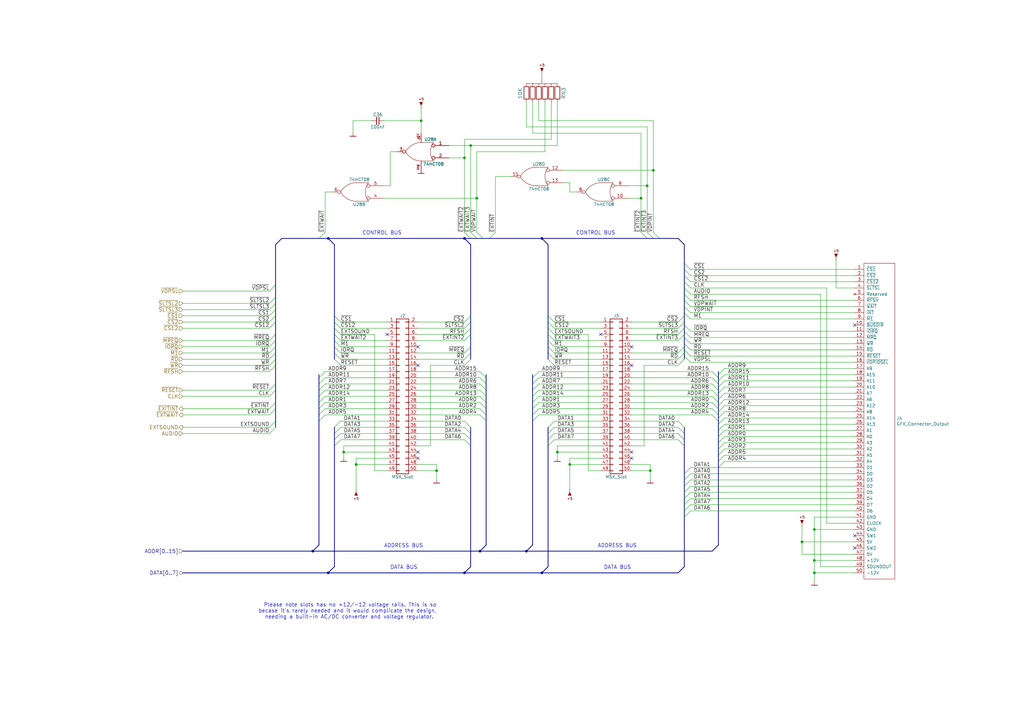
<source format=kicad_sch>
(kicad_sch (version 20211123) (generator eeschema)
  (paper "A3")
  (lib_symbols
    (symbol "artemisa:74HCT08" (pin_names (offset 0.762) hide)
      (property "Reference" "U" (at -7.62 6.35 0))
      (property "Value" "74HCT08" (at -7.62 -5.08 0))
      (symbol "74HCT08_1_0"
        (text "GND" (at 1.27 -6.35 900) (effects (font (size 0.762 0.762))))
        (text "VCC" (at 1.27 7.62 900) (effects (font (size 0.762 0.762)) (justify right)))
        (pin power_in line (at 0 7.62 270) (length 3.81) (name "VCC") (number "14"))
        (pin power_in line (at 0 -7.62 90) (length 3.81) (name "GND") (number "7"))
      )
      (symbol "74HCT08_1_1"
        (pin input line (at -11.43 2.54 0) (length 6.2992) (name "~") (number "1"))
        (pin input line (at -11.43 -2.54 0) (length 6.2992) (name "~") (number "2"))
        (pin output line (at 10.16 0 180) (length 5.1054) (name "~") (number "3"))
      )
      (symbol "74HCT08_1_2"
        (pin input inverted (at -11.43 2.54 0) (length 7.0104) (name "~") (number "1"))
        (pin input inverted (at -11.43 -2.54 0) (length 7.0104) (name "~") (number "2"))
        (pin output inverted (at 10.16 0 180) (length 3.81) (name "~") (number "3"))
      )
      (symbol "74HCT08_2_1"
        (pin power_in line (at -2.54 3.81 90) (length 0) hide (name "VCC") (number "14"))
        (pin input line (at -11.43 2.54 0) (length 6.2992) (name "~") (number "4"))
        (pin input line (at -11.43 -2.54 0) (length 6.2992) (name "~") (number "5"))
        (pin output line (at 10.16 0 180) (length 5.1054) (name "~") (number "6"))
        (pin power_in line (at -2.54 -3.81 90) (length 0) hide (name "GND") (number "7"))
      )
      (symbol "74HCT08_2_2"
        (pin input inverted (at -11.43 2.54 0) (length 7.0104) (name "~") (number "4"))
        (pin input inverted (at -11.43 -2.54 0) (length 7.0104) (name "~") (number "5"))
        (pin output inverted (at 10.16 0 180) (length 3.81) (name "~") (number "6"))
      )
      (symbol "74HCT08_3_1"
        (pin input line (at -11.43 -2.54 0) (length 6.2992) (name "~") (number "10"))
        (pin power_in line (at -2.54 3.81 90) (length 0) hide (name "VCC") (number "14"))
        (pin power_in line (at -2.54 -3.81 90) (length 0) hide (name "GND") (number "7"))
        (pin output line (at 10.16 0 180) (length 5.1054) (name "~") (number "8"))
        (pin input line (at -11.43 2.54 0) (length 6.2992) (name "~") (number "9"))
      )
      (symbol "74HCT08_3_2"
        (pin input inverted (at -11.43 -2.54 0) (length 7.0104) (name "~") (number "10"))
        (pin output inverted (at 10.16 0 180) (length 3.81) (name "~") (number "8"))
        (pin input inverted (at -11.43 2.54 0) (length 7.0104) (name "~") (number "9"))
      )
      (symbol "74HCT08_4_1"
        (pin output line (at 10.16 0 180) (length 5.1054) (name "~") (number "11"))
        (pin input line (at -11.43 2.54 0) (length 6.2992) (name "~") (number "12"))
        (pin input line (at -11.43 -2.54 0) (length 6.2992) (name "~") (number "13"))
        (pin power_in line (at -2.54 3.81 90) (length 0) hide (name "VCC") (number "14"))
        (pin power_in line (at -2.54 -3.81 90) (length 0) hide (name "GND") (number "7"))
      )
      (symbol "74HCT08_4_2"
        (pin output inverted (at 10.16 0 180) (length 3.81) (name "~") (number "11"))
        (pin input inverted (at -11.43 2.54 0) (length 7.0104) (name "~") (number "12"))
        (pin input inverted (at -11.43 -2.54 0) (length 7.0104) (name "~") (number "13"))
      )
    )
    (symbol "artemisa:Cap" (pin_numbers hide) (pin_names (offset 0.254) hide)
      (property "Reference" "C" (at 0.254 1.778 0))
      (property "Value" "Cap" (at 0.254 -2.032 0))
      (symbol "Cap_1_1"
        (pin passive line (at 0 2.54 270) (length 2.032) (name "~") (number "1"))
        (pin passive line (at 0 -2.54 90) (length 2.032) (name "~") (number "2"))
      )
    )
    (symbol "artemisa:GFX_Connector_Output" (pin_names (offset 1.016))
      (property "Reference" "J" (at 0 69.85 0))
      (property "Value" "GFX_Connector_Output" (at -8.89 5.08 90))
      (symbol "GFX_Connector_Output_1_1"
        (pin input line (at 10.16 66.04 180) (length 3.81) (name "~{CS1}") (number "1"))
        (pin output line (at 10.16 43.18 180) (length 3.81) (name "~{BUSDIR}") (number "10"))
        (pin input line (at 10.16 40.64 180) (length 3.81) (name "~{IORQ}") (number "11"))
        (pin input line (at 10.16 38.1 180) (length 3.81) (name "~{MRQ}") (number "12"))
        (pin input line (at 10.16 35.56 180) (length 3.81) (name "~{WR}") (number "13"))
        (pin input line (at 10.16 33.02 180) (length 3.81) (name "~{RD}") (number "14"))
        (pin input line (at 10.16 30.48 180) (length 3.81) (name "~{RESET}") (number "15"))
        (pin input line (at 10.16 27.94 180) (length 3.81) (name "~{VDPIOSEL}") (number "16"))
        (pin input line (at 10.16 25.4 180) (length 3.81) (name "A9") (number "17"))
        (pin input line (at 10.16 22.86 180) (length 3.81) (name "A15") (number "18"))
        (pin input line (at 10.16 20.32 180) (length 3.81) (name "A11") (number "19"))
        (pin input line (at 10.16 63.5 180) (length 3.81) (name "~{CS2}") (number "2"))
        (pin input line (at 10.16 17.78 180) (length 3.81) (name "A10") (number "20"))
        (pin input line (at 10.16 15.24 180) (length 3.81) (name "A7") (number "21"))
        (pin input line (at 10.16 12.7 180) (length 3.81) (name "A6") (number "22"))
        (pin input line (at 10.16 10.16 180) (length 3.81) (name "A12") (number "23"))
        (pin input line (at 10.16 7.62 180) (length 3.81) (name "A8") (number "24"))
        (pin input line (at 10.16 5.08 180) (length 3.81) (name "A14") (number "25"))
        (pin input line (at 10.16 2.54 180) (length 3.81) (name "A13") (number "26"))
        (pin input line (at 10.16 0 180) (length 3.81) (name "A1") (number "27"))
        (pin input line (at 10.16 -2.54 180) (length 3.81) (name "A0") (number "28"))
        (pin input line (at 10.16 -5.08 180) (length 3.81) (name "A3") (number "29"))
        (pin input line (at 10.16 60.96 180) (length 3.81) (name "~{CS12}") (number "3"))
        (pin input line (at 10.16 -7.62 180) (length 3.81) (name "A2") (number "30"))
        (pin input line (at 10.16 -10.16 180) (length 3.81) (name "A5") (number "31"))
        (pin input line (at 10.16 -12.7 180) (length 3.81) (name "A4") (number "32"))
        (pin bidirectional line (at 10.16 -15.24 180) (length 3.81) (name "D1") (number "33"))
        (pin bidirectional line (at 10.16 -17.78 180) (length 3.81) (name "D0") (number "34"))
        (pin bidirectional line (at 10.16 -20.32 180) (length 3.81) (name "D3") (number "35"))
        (pin bidirectional line (at 10.16 -22.86 180) (length 3.81) (name "D2") (number "36"))
        (pin bidirectional line (at 10.16 -25.4 180) (length 3.81) (name "D5") (number "37"))
        (pin bidirectional line (at 10.16 -27.94 180) (length 3.81) (name "D4") (number "38"))
        (pin bidirectional line (at 10.16 -30.48 180) (length 3.81) (name "D7") (number "39"))
        (pin input line (at 10.16 58.42 180) (length 3.81) (name "~{SLTSL}") (number "4"))
        (pin bidirectional line (at 10.16 -33.02 180) (length 3.81) (name "D6") (number "40"))
        (pin power_in line (at 10.16 -35.56 180) (length 3.81) (name "GND") (number "41"))
        (pin input line (at 10.16 -38.1 180) (length 3.81) (name "CLOCK") (number "42"))
        (pin power_in line (at 10.16 -40.64 180) (length 3.81) (name "GND") (number "43"))
        (pin passive line (at 10.16 -43.18 180) (length 3.81) (name "SW1") (number "44"))
        (pin power_in line (at 10.16 -45.72 180) (length 3.81) (name "5V") (number "45"))
        (pin passive line (at 10.16 -48.26 180) (length 3.81) (name "SW2") (number "46"))
        (pin power_in line (at 10.16 -50.8 180) (length 3.81) (name "5V") (number "47"))
        (pin power_in line (at 10.16 -53.34 180) (length 3.81) (name "+12V") (number "48"))
        (pin input line (at 10.16 -55.88 180) (length 3.81) (name "SOUNDOUT") (number "49"))
        (pin no_connect line (at 10.16 55.88 180) (length 3.81) (name "Reserved") (number "5"))
        (pin power_in line (at 10.16 -58.42 180) (length 3.81) (name "-12V") (number "50"))
        (pin input line (at 10.16 53.34 180) (length 3.81) (name "~{RFSH}") (number "6"))
        (pin output line (at 10.16 50.8 180) (length 3.81) (name "~{WAIT}") (number "7"))
        (pin output line (at 10.16 48.26 180) (length 3.81) (name "~{INT}") (number "8"))
        (pin input line (at 10.16 45.72 180) (length 3.81) (name "~{M1}") (number "9"))
      )
    )
    (symbol "artemisa:GND" (power) (pin_numbers hide) (pin_names (offset 0) hide)
      (symbol "GND_1_1"
        (pin power_in line (at 0 0 270) (length 1.27) (name "GND") (number "~"))
      )
    )
    (symbol "artemisa:MSX_Slot" (pin_names (offset 1.016) hide)
      (property "Reference" "J" (at 1.27 33.02 0))
      (property "Value" "MSX_Slot" (at 1.27 -33.02 0))
      (symbol "MSX_Slot_1_1"
        (pin passive line (at -5.08 30.48 0) (length 3.81) (name "Pin_1") (number "1"))
        (pin passive line (at 7.62 20.32 180) (length 3.81) (name "Pin_10") (number "10"))
        (pin passive line (at -5.08 17.78 0) (length 3.81) (name "Pin_11") (number "11"))
        (pin passive line (at 7.62 17.78 180) (length 3.81) (name "Pin_12") (number "12"))
        (pin passive line (at -5.08 15.24 0) (length 3.81) (name "Pin_13") (number "13"))
        (pin passive line (at 7.62 15.24 180) (length 3.81) (name "Pin_14") (number "14"))
        (pin passive line (at -5.08 12.7 0) (length 3.81) (name "Pin_15") (number "15"))
        (pin passive line (at 7.62 12.7 180) (length 3.81) (name "Pin_16") (number "16"))
        (pin passive line (at -5.08 10.16 0) (length 3.81) (name "Pin_17") (number "17"))
        (pin passive line (at 7.62 10.16 180) (length 3.81) (name "Pin_18") (number "18"))
        (pin passive line (at -5.08 7.62 0) (length 3.81) (name "Pin_19") (number "19"))
        (pin passive line (at 7.62 30.48 180) (length 3.81) (name "Pin_2") (number "2"))
        (pin passive line (at 7.62 7.62 180) (length 3.81) (name "Pin_20") (number "20"))
        (pin passive line (at -5.08 5.08 0) (length 3.81) (name "Pin_21") (number "21"))
        (pin passive line (at 7.62 5.08 180) (length 3.81) (name "Pin_22") (number "22"))
        (pin passive line (at -5.08 2.54 0) (length 3.81) (name "Pin_23") (number "23"))
        (pin passive line (at 7.62 2.54 180) (length 3.81) (name "Pin_24") (number "24"))
        (pin passive line (at -5.08 0 0) (length 3.81) (name "Pin_25") (number "25"))
        (pin passive line (at 7.62 0 180) (length 3.81) (name "Pin_26") (number "26"))
        (pin passive line (at -5.08 -2.54 0) (length 3.81) (name "Pin_27") (number "27"))
        (pin passive line (at 7.62 -2.54 180) (length 3.81) (name "Pin_28") (number "28"))
        (pin passive line (at -5.08 -5.08 0) (length 3.81) (name "Pin_29") (number "29"))
        (pin passive line (at -5.08 27.94 0) (length 3.81) (name "Pin_3") (number "3"))
        (pin passive line (at 7.62 -5.08 180) (length 3.81) (name "Pin_30") (number "30"))
        (pin passive line (at -5.08 -7.62 0) (length 3.81) (name "Pin_31") (number "31"))
        (pin passive line (at 7.62 -7.62 180) (length 3.81) (name "Pin_32") (number "32"))
        (pin passive line (at -5.08 -10.16 0) (length 3.81) (name "Pin_33") (number "33"))
        (pin passive line (at 7.62 -10.16 180) (length 3.81) (name "Pin_34") (number "34"))
        (pin passive line (at -5.08 -12.7 0) (length 3.81) (name "Pin_35") (number "35"))
        (pin passive line (at 7.62 -12.7 180) (length 3.81) (name "Pin_36") (number "36"))
        (pin passive line (at -5.08 -15.24 0) (length 3.81) (name "Pin_37") (number "37"))
        (pin passive line (at 7.62 -15.24 180) (length 3.81) (name "Pin_38") (number "38"))
        (pin passive line (at -5.08 -17.78 0) (length 3.81) (name "Pin_39") (number "39"))
        (pin passive line (at 7.62 27.94 180) (length 3.81) (name "Pin_4") (number "4"))
        (pin passive line (at 7.62 -17.78 180) (length 3.81) (name "Pin_40") (number "40"))
        (pin passive line (at -5.08 -20.32 0) (length 3.81) (name "Pin_41") (number "41"))
        (pin passive line (at 7.62 -20.32 180) (length 3.81) (name "Pin_42") (number "42"))
        (pin passive line (at -5.08 -22.86 0) (length 3.81) (name "Pin_43") (number "43"))
        (pin passive line (at 7.62 -22.86 180) (length 3.81) (name "Pin_44") (number "44"))
        (pin passive line (at -5.08 -25.4 0) (length 3.81) (name "Pin_45") (number "45"))
        (pin passive line (at 7.62 -25.4 180) (length 3.81) (name "Pin_46") (number "46"))
        (pin passive line (at -5.08 -27.94 0) (length 3.81) (name "Pin_47") (number "47"))
        (pin passive line (at 7.62 -27.94 180) (length 3.81) (name "Pin_48") (number "48"))
        (pin passive line (at -5.08 -30.48 0) (length 3.81) (name "Pin_49") (number "49"))
        (pin passive line (at -5.08 25.4 0) (length 3.81) (name "Pin_5") (number "5"))
        (pin passive line (at 7.62 -30.48 180) (length 3.81) (name "Pin_50") (number "50"))
        (pin passive line (at 7.62 25.4 180) (length 3.81) (name "Pin_6") (number "6"))
        (pin passive line (at -5.08 22.86 0) (length 3.81) (name "Pin_7") (number "7"))
        (pin passive line (at 7.62 22.86 180) (length 3.81) (name "Pin_8") (number "8"))
        (pin passive line (at -5.08 20.32 0) (length 3.81) (name "Pin_9") (number "9"))
      )
    )
    (symbol "artemisa:RN6" (pin_numbers hide) (pin_names (offset 1.016) hide)
      (property "Reference" "RN" (at 7.62 5.08 0))
      (property "Value" "RN6" (at -6.35 5.08 0))
      (symbol "RN6_1_1"
        (pin passive line (at 0 6.35 270) (length 1.27) (name "~") (number "1"))
        (pin passive line (at -6.35 -3.81 90) (length 1.27) (name "~") (number "2"))
        (pin passive line (at -3.81 -3.81 90) (length 1.27) (name "~") (number "3"))
        (pin passive line (at -1.27 -3.81 90) (length 1.27) (name "~") (number "4"))
        (pin passive line (at 1.27 -3.81 90) (length 1.27) (name "~") (number "5"))
        (pin passive line (at 3.81 -3.81 90) (length 1.27) (name "~") (number "6"))
        (pin passive line (at 6.35 -3.81 90) (length 1.27) (name "~") (number "7"))
      )
      (symbol "RN6_1_2"
        (pin passive line (at -8.89 -3.81 90) (length 1.27) (name "~") (number "1"))
        (pin passive line (at -6.35 -3.81 90) (length 1.27) (name "~") (number "2"))
        (pin passive line (at -3.81 -3.81 90) (length 1.27) (name "~") (number "3"))
        (pin passive line (at -1.27 -3.81 90) (length 1.27) (name "~") (number "4"))
        (pin passive line (at 1.27 -3.81 90) (length 1.27) (name "~") (number "5"))
        (pin passive line (at 3.81 -3.81 90) (length 1.27) (name "~") (number "6"))
        (pin passive line (at 6.35 -3.81 90) (length 1.27) (name "~") (number "7"))
      )
    )
    (symbol "artemisa:VCC" (power) (pin_numbers hide) (pin_names (offset 0) hide)
      (symbol "VCC_0_0"
        (text "+5" (at 0 3.81 0) (effects (font (size 1.016 1.016))))
      )
      (symbol "VCC_1_1"
        (pin power_in line (at 0 0 90) (length 1.27) (name "VCC") (number "1"))
      )
    )
  )
  (junction (at 222.25 97.79))
  (junction (at 334.01 234.95))
  (junction (at 215.9 226.06))
  (junction (at 190.5 234.95))
  (junction (at 196.85 226.06))
  (junction (at 228.6 185.42))
  (junction (at 233.68 190.5))
  (junction (at 193.04 59.69))
  (junction (at 267.97 69.85))
  (junction (at 190.5 64.77))
  (junction (at 179.07 193.04))
  (junction (at 265.43 76.2))
  (junction (at 262.89 81.28))
  (junction (at 195.58 81.28))
  (junction (at 128.27 226.06))
  (junction (at 334.01 217.17))
  (junction (at 222.25 234.95))
  (junction (at 134.62 97.79))
  (junction (at 334.01 229.87))
  (junction (at 134.62 234.95))
  (junction (at 172.72 49.53))
  (junction (at 190.5 97.79))
  (junction (at 328.93 222.25))
  (junction (at 146.05 190.5))
  (junction (at 266.7 193.04))
  (junction (at 140.97 185.42))
  (no_connect (at 246.38 137.16))
  (no_connect (at 171.45 185.42))
  (no_connect (at 259.08 142.24))
  (no_connect (at 350.52 219.71))
  (no_connect (at 171.45 187.96))
  (no_connect (at 259.08 185.42))
  (no_connect (at 350.52 224.79))
  (no_connect (at 350.52 133.35))
  (no_connect (at 259.08 149.86))
  (no_connect (at 171.45 149.86))
  (no_connect (at 259.08 187.96))
  (no_connect (at 158.75 137.16))
  (no_connect (at 171.45 142.24))
  (bus_entry (at 262.89 95.25) (size 2.54 2.54))
  (bus_entry (at 113.03 139.7) (size -2.54 2.54))
  (bus_entry (at 113.03 157.48) (size -2.54 2.54))
  (bus_entry (at 280.67 144.78) (size -2.54 2.54))
  (bus_entry (at 224.79 132.08) (size 2.54 2.54))
  (bus_entry (at 137.16 139.7) (size 2.54 2.54))
  (bus_entry (at 220.98 152.4) (size -2.54 2.54))
  (bus_entry (at 190.5 175.26) (size 2.54 2.54))
  (bus_entry (at 113.03 121.92) (size -2.54 2.54))
  (bus_entry (at 196.85 167.64) (size 2.54 2.54))
  (bus_entry (at 220.98 160.02) (size -2.54 2.54))
  (bus_entry (at 292.1 162.56) (size 2.54 2.54))
  (bus_entry (at 292.1 154.94) (size 2.54 2.54))
  (bus_entry (at 297.18 168.91) (size -2.54 2.54))
  (bus_entry (at 220.98 162.56) (size -2.54 2.54))
  (bus_entry (at 227.33 180.34) (size -2.54 2.54))
  (bus_entry (at 292.1 152.4) (size 2.54 2.54))
  (bus_entry (at 297.18 173.99) (size -2.54 2.54))
  (bus_entry (at 133.35 162.56) (size -2.54 2.54))
  (bus_entry (at 190.5 172.72) (size 2.54 2.54))
  (bus_entry (at 297.18 171.45) (size -2.54 2.54))
  (bus_entry (at 137.16 129.54) (size 2.54 2.54))
  (bus_entry (at 193.04 137.16) (size -2.54 2.54))
  (bus_entry (at 133.35 165.1) (size -2.54 2.54))
  (bus_entry (at 280.67 147.32) (size -2.54 2.54))
  (bus_entry (at 292.1 170.18) (size 2.54 2.54))
  (bus_entry (at 113.03 175.26) (size -2.54 2.54))
  (bus_entry (at 220.98 167.64) (size -2.54 2.54))
  (bus_entry (at 278.13 175.26) (size 2.54 2.54))
  (bus_entry (at 196.85 162.56) (size 2.54 2.54))
  (bus_entry (at 200.66 97.79) (size 2.54 -2.54))
  (bus_entry (at 280.67 129.54) (size -2.54 2.54))
  (bus_entry (at 297.18 153.67) (size -2.54 2.54))
  (bus_entry (at 280.67 142.24) (size -2.54 2.54))
  (bus_entry (at 297.18 166.37) (size -2.54 2.54))
  (bus_entry (at 224.79 129.54) (size 2.54 2.54))
  (bus_entry (at 227.33 172.72) (size -2.54 2.54))
  (bus_entry (at 133.35 167.64) (size -2.54 2.54))
  (bus_entry (at 297.18 158.75) (size -2.54 2.54))
  (bus_entry (at 133.35 170.18) (size -2.54 2.54))
  (bus_entry (at 278.13 172.72) (size 2.54 2.54))
  (bus_entry (at 297.18 181.61) (size -2.54 2.54))
  (bus_entry (at 283.21 130.81) (size -2.54 -2.54))
  (bus_entry (at 139.7 180.34) (size -2.54 2.54))
  (bus_entry (at 113.03 116.84) (size -2.54 2.54))
  (bus_entry (at 227.33 175.26) (size -2.54 2.54))
  (bus_entry (at 280.67 134.62) (size -2.54 2.54))
  (bus_entry (at 193.04 134.62) (size -2.54 2.54))
  (bus_entry (at 283.21 113.03) (size -2.54 -2.54))
  (bus_entry (at 283.21 191.77) (size -2.54 2.54))
  (bus_entry (at 292.1 160.02) (size 2.54 2.54))
  (bus_entry (at 196.85 170.18) (size 2.54 2.54))
  (bus_entry (at 139.7 175.26) (size -2.54 2.54))
  (bus_entry (at 113.03 172.72) (size -2.54 2.54))
  (bus_entry (at 283.21 199.39) (size -2.54 2.54))
  (bus_entry (at 193.04 142.24) (size -2.54 2.54))
  (bus_entry (at 193.04 132.08) (size -2.54 2.54))
  (bus_entry (at 133.35 157.48) (size -2.54 2.54))
  (bus_entry (at 113.03 144.78) (size -2.54 2.54))
  (bus_entry (at 193.04 147.32) (size -2.54 2.54))
  (bus_entry (at 193.04 95.25) (size 2.54 2.54))
  (bus_entry (at 265.43 95.25) (size 2.54 2.54))
  (bus_entry (at 280.67 118.11) (size 2.54 2.54))
  (bus_entry (at 137.16 137.16) (size 2.54 2.54))
  (bus_entry (at 224.79 134.62) (size 2.54 2.54))
  (bus_entry (at 133.35 152.4) (size -2.54 2.54))
  (bus_entry (at 113.03 132.08) (size -2.54 2.54))
  (bus_entry (at 280.67 115.57) (size 2.54 2.54))
  (bus_entry (at 196.85 160.02) (size 2.54 2.54))
  (bus_entry (at 224.79 137.16) (size 2.54 2.54))
  (bus_entry (at 133.35 154.94) (size -2.54 2.54))
  (bus_entry (at 113.03 142.24) (size -2.54 2.54))
  (bus_entry (at 130.81 97.79) (size 2.54 -2.54))
  (bus_entry (at 220.98 165.1) (size -2.54 2.54))
  (bus_entry (at 297.18 163.83) (size -2.54 2.54))
  (bus_entry (at 195.58 95.25) (size 2.54 2.54))
  (bus_entry (at 278.13 177.8) (size 2.54 2.54))
  (bus_entry (at 113.03 147.32) (size -2.54 2.54))
  (bus_entry (at 297.18 151.13) (size -2.54 2.54))
  (bus_entry (at 278.13 180.34) (size 2.54 2.54))
  (bus_entry (at 224.79 144.78) (size 2.54 2.54))
  (bus_entry (at 283.21 209.55) (size -2.54 2.54))
  (bus_entry (at 113.03 124.46) (size -2.54 2.54))
  (bus_entry (at 297.18 156.21) (size -2.54 2.54))
  (bus_entry (at 190.5 177.8) (size 2.54 2.54))
  (bus_entry (at 139.7 177.8) (size -2.54 2.54))
  (bus_entry (at 113.03 137.16) (size -2.54 2.54))
  (bus_entry (at 283.21 204.47) (size -2.54 2.54))
  (bus_entry (at 196.85 157.48) (size 2.54 2.54))
  (bus_entry (at 283.21 123.19) (size -2.54 -2.54))
  (bus_entry (at 193.04 144.78) (size -2.54 2.54))
  (bus_entry (at 283.21 115.57) (size -2.54 -2.54))
  (bus_entry (at 283.21 201.93) (size -2.54 2.54))
  (bus_entry (at 113.03 165.1) (size -2.54 2.54))
  (bus_entry (at 267.97 95.25) (size 2.54 2.54))
  (bus_entry (at 283.21 110.49) (size -2.54 -2.54))
  (bus_entry (at 297.18 179.07) (size -2.54 2.54))
  (bus_entry (at 283.21 194.31) (size -2.54 2.54))
  (bus_entry (at 283.21 207.01) (size -2.54 2.54))
  (bus_entry (at 193.04 129.54) (size -2.54 2.54))
  (bus_entry (at 292.1 165.1) (size 2.54 2.54))
  (bus_entry (at 113.03 127) (size -2.54 2.54))
  (bus_entry (at 133.35 160.02) (size -2.54 2.54))
  (bus_entry (at 139.7 172.72) (size -2.54 2.54))
  (bus_entry (at 196.85 152.4) (size 2.54 2.54))
  (bus_entry (at 196.85 165.1) (size 2.54 2.54))
  (bus_entry (at 113.03 149.86) (size -2.54 2.54))
  (bus_entry (at 224.79 147.32) (size 2.54 2.54))
  (bus_entry (at 283.21 148.59) (size -2.54 -2.54))
  (bus_entry (at 190.5 95.25) (size 2.54 2.54))
  (bus_entry (at 283.21 138.43) (size -2.54 -2.54))
  (bus_entry (at 224.79 139.7) (size 2.54 2.54))
  (bus_entry (at 297.18 186.69) (size -2.54 2.54))
  (bus_entry (at 137.16 142.24) (size 2.54 2.54))
  (bus_entry (at 190.5 180.34) (size 2.54 2.54))
  (bus_entry (at 297.18 189.23) (size -2.54 2.54))
  (bus_entry (at 113.03 160.02) (size -2.54 2.54))
  (bus_entry (at 283.21 146.05) (size -2.54 -2.54))
  (bus_entry (at 292.1 167.64) (size 2.54 2.54))
  (bus_entry (at 280.67 132.08) (size -2.54 2.54))
  (bus_entry (at 113.03 129.54) (size -2.54 2.54))
  (bus_entry (at 283.21 128.27) (size -2.54 -2.54))
  (bus_entry (at 297.18 176.53) (size -2.54 2.54))
  (bus_entry (at 137.16 147.32) (size 2.54 2.54))
  (bus_entry (at 137.16 144.78) (size 2.54 2.54))
  (bus_entry (at 137.16 132.08) (size 2.54 2.54))
  (bus_entry (at 297.18 161.29) (size -2.54 2.54))
  (bus_entry (at 292.1 157.48) (size 2.54 2.54))
  (bus_entry (at 220.98 154.94) (size -2.54 2.54))
  (bus_entry (at 283.21 196.85) (size -2.54 2.54))
  (bus_entry (at 220.98 170.18) (size -2.54 2.54))
  (bus_entry (at 283.21 135.89) (size -2.54 -2.54))
  (bus_entry (at 283.21 143.51) (size -2.54 -2.54))
  (bus_entry (at 196.85 154.94) (size 2.54 2.54))
  (bus_entry (at 113.03 167.64) (size -2.54 2.54))
  (bus_entry (at 283.21 125.73) (size -2.54 -2.54))
  (bus_entry (at 220.98 157.48) (size -2.54 2.54))
  (bus_entry (at 224.79 142.24) (size 2.54 2.54))
  (bus_entry (at 297.18 184.15) (size -2.54 2.54))
  (bus_entry (at 280.67 137.16) (size -2.54 2.54))
  (bus_entry (at 137.16 134.62) (size 2.54 2.54))
  (bus_entry (at 283.21 140.97) (size -2.54 -2.54))
  (bus_entry (at 227.33 177.8) (size -2.54 2.54))
  (bus (pts (xy 115.57 97.79) (xy 130.81 97.79)))
  (bus (pts (xy 199.39 157.48) (xy 199.39 160.02)))
  (bus (pts (xy 137.16 139.7) (xy 137.16 142.24)))
  (bus (pts (xy 199.39 167.64) (xy 199.39 170.18)))
  (wire (pts (xy 133.35 152.4) (xy 158.75 152.4)))
  (wire (pts (xy 139.7 132.08) (xy 158.75 132.08)))
  (wire (pts (xy 233.68 78.74) (xy 233.68 74.93)))
  (wire (pts (xy 278.13 177.8) (xy 259.08 177.8)))
  (wire (pts (xy 203.2 72.39) (xy 203.2 95.25)))
  (bus (pts (xy 193.04 97.79) (xy 195.58 97.79)))
  (wire (pts (xy 196.85 157.48) (xy 171.45 157.48)))
  (bus (pts (xy 280.67 135.89) (xy 280.67 137.16)))
  (bus (pts (xy 224.79 177.8) (xy 224.79 180.34)))
  (wire (pts (xy 190.5 57.15) (xy 226.06 57.15)))
  (wire (pts (xy 241.3 137.16) (xy 241.3 193.04)))
  (wire (pts (xy 233.68 187.96) (xy 233.68 190.5)))
  (bus (pts (xy 137.16 182.88) (xy 137.16 232.41)))
  (wire (pts (xy 350.52 125.73) (xy 283.21 125.73)))
  (wire (pts (xy 283.21 115.57) (xy 350.52 115.57)))
  (wire (pts (xy 158.75 182.88) (xy 140.97 182.88)))
  (wire (pts (xy 283.21 196.85) (xy 350.52 196.85)))
  (bus (pts (xy 280.67 204.47) (xy 280.67 207.01)))
  (wire (pts (xy 297.18 171.45) (xy 350.52 171.45)))
  (wire (pts (xy 176.53 182.88) (xy 171.45 182.88)))
  (bus (pts (xy 294.64 172.72) (xy 294.64 173.99)))
  (wire (pts (xy 283.21 204.47) (xy 350.52 204.47)))
  (wire (pts (xy 350.52 179.07) (xy 297.18 179.07)))
  (bus (pts (xy 222.25 234.95) (xy 278.13 234.95)))
  (wire (pts (xy 350.52 173.99) (xy 297.18 173.99)))
  (wire (pts (xy 160.02 62.23) (xy 160.02 76.2)))
  (bus (pts (xy 280.67 107.95) (xy 280.67 110.49)))
  (bus (pts (xy 218.44 160.02) (xy 218.44 162.56)))
  (bus (pts (xy 294.64 179.07) (xy 294.64 181.61)))
  (bus (pts (xy 130.81 97.79) (xy 134.62 97.79)))
  (wire (pts (xy 259.08 139.7) (xy 278.13 139.7)))
  (bus (pts (xy 280.67 196.85) (xy 280.67 199.39)))
  (bus (pts (xy 193.04 129.54) (xy 193.04 132.08)))
  (wire (pts (xy 146.05 187.96) (xy 146.05 190.5)))
  (bus (pts (xy 218.44 162.56) (xy 218.44 165.1)))
  (bus (pts (xy 224.79 129.54) (xy 224.79 132.08)))
  (wire (pts (xy 190.5 64.77) (xy 190.5 95.25)))
  (wire (pts (xy 176.53 149.86) (xy 176.53 182.88)))
  (wire (pts (xy 158.75 160.02) (xy 133.35 160.02)))
  (wire (pts (xy 74.93 139.7) (xy 110.49 139.7)))
  (wire (pts (xy 283.21 143.51) (xy 350.52 143.51)))
  (wire (pts (xy 193.04 59.69) (xy 193.04 95.25)))
  (wire (pts (xy 152.4 49.53) (xy 144.78 49.53)))
  (bus (pts (xy 280.67 133.35) (xy 280.67 134.62)))
  (wire (pts (xy 328.93 227.33) (xy 350.52 227.33)))
  (bus (pts (xy 280.67 144.78) (xy 280.67 146.05)))
  (wire (pts (xy 283.21 199.39) (xy 350.52 199.39)))
  (bus (pts (xy 130.81 160.02) (xy 130.81 162.56)))
  (wire (pts (xy 139.7 177.8) (xy 158.75 177.8)))
  (wire (pts (xy 220.98 162.56) (xy 246.38 162.56)))
  (bus (pts (xy 294.64 153.67) (xy 294.64 154.94)))
  (wire (pts (xy 339.09 214.63) (xy 350.52 214.63)))
  (bus (pts (xy 130.81 157.48) (xy 130.81 160.02)))
  (wire (pts (xy 350.52 189.23) (xy 297.18 189.23)))
  (bus (pts (xy 130.81 172.72) (xy 130.81 223.52)))
  (bus (pts (xy 280.67 138.43) (xy 280.67 140.97)))
  (bus (pts (xy 113.03 172.72) (xy 113.03 175.26)))
  (bus (pts (xy 199.39 172.72) (xy 199.39 223.52)))
  (bus (pts (xy 137.16 232.41) (xy 134.62 234.95)))
  (bus (pts (xy 294.64 152.4) (xy 294.64 153.67)))
  (bus (pts (xy 199.39 165.1) (xy 199.39 167.64)))
  (wire (pts (xy 157.48 49.53) (xy 172.72 49.53)))
  (wire (pts (xy 171.45 160.02) (xy 196.85 160.02)))
  (bus (pts (xy 218.44 167.64) (xy 218.44 170.18)))
  (wire (pts (xy 215.9 52.07) (xy 215.9 41.91)))
  (wire (pts (xy 158.75 147.32) (xy 139.7 147.32)))
  (bus (pts (xy 137.16 132.08) (xy 137.16 134.62)))
  (wire (pts (xy 283.21 110.49) (xy 350.52 110.49)))
  (wire (pts (xy 139.7 137.16) (xy 153.67 137.16)))
  (wire (pts (xy 172.72 44.45) (xy 172.72 49.53)))
  (wire (pts (xy 283.21 191.77) (xy 294.64 191.77)))
  (wire (pts (xy 297.18 156.21) (xy 350.52 156.21)))
  (wire (pts (xy 292.1 152.4) (xy 259.08 152.4)))
  (wire (pts (xy 246.38 170.18) (xy 220.98 170.18)))
  (bus (pts (xy 190.5 97.79) (xy 193.04 100.33)))
  (wire (pts (xy 227.33 139.7) (xy 246.38 139.7)))
  (wire (pts (xy 110.49 147.32) (xy 74.93 147.32)))
  (wire (pts (xy 334.01 234.95) (xy 334.01 238.76)))
  (bus (pts (xy 294.64 223.52) (xy 292.1 226.06)))
  (bus (pts (xy 193.04 180.34) (xy 193.04 182.88)))
  (bus (pts (xy 196.85 226.06) (xy 215.9 226.06)))
  (bus (pts (xy 280.67 175.26) (xy 280.67 177.8)))
  (bus (pts (xy 137.16 175.26) (xy 137.16 177.8)))
  (wire (pts (xy 190.5 147.32) (xy 171.45 147.32)))
  (wire (pts (xy 158.75 185.42) (xy 140.97 185.42)))
  (wire (pts (xy 196.85 152.4) (xy 171.45 152.4)))
  (wire (pts (xy 133.35 162.56) (xy 158.75 162.56)))
  (wire (pts (xy 278.13 172.72) (xy 259.08 172.72)))
  (wire (pts (xy 220.98 49.53) (xy 267.97 49.53)))
  (bus (pts (xy 137.16 137.16) (xy 137.16 139.7)))
  (bus (pts (xy 280.67 143.51) (xy 280.67 144.78)))
  (bus (pts (xy 294.64 163.83) (xy 294.64 165.1)))
  (wire (pts (xy 171.45 134.62) (xy 190.5 134.62)))
  (wire (pts (xy 259.08 144.78) (xy 278.13 144.78)))
  (wire (pts (xy 133.35 78.74) (xy 135.89 78.74)))
  (wire (pts (xy 227.33 137.16) (xy 241.3 137.16)))
  (bus (pts (xy 278.13 97.79) (xy 280.67 100.33)))
  (wire (pts (xy 218.44 54.61) (xy 262.89 54.61)))
  (bus (pts (xy 294.64 157.48) (xy 294.64 158.75)))
  (bus (pts (xy 193.04 134.62) (xy 193.04 137.16)))
  (bus (pts (xy 294.64 181.61) (xy 294.64 184.15)))
  (wire (pts (xy 262.89 54.61) (xy 262.89 81.28)))
  (bus (pts (xy 280.67 110.49) (xy 280.67 113.03)))
  (bus (pts (xy 280.67 182.88) (xy 280.67 194.31)))
  (wire (pts (xy 218.44 54.61) (xy 218.44 41.91)))
  (bus (pts (xy 280.67 199.39) (xy 280.67 201.93)))
  (bus (pts (xy 280.67 212.09) (xy 280.67 232.41)))
  (wire (pts (xy 144.78 49.53) (xy 144.78 54.61)))
  (bus (pts (xy 113.03 127) (xy 113.03 129.54)))
  (bus (pts (xy 130.81 223.52) (xy 128.27 226.06)))
  (bus (pts (xy 294.64 156.21) (xy 294.64 157.48)))
  (wire (pts (xy 278.13 137.16) (xy 259.08 137.16)))
  (wire (pts (xy 110.49 142.24) (xy 74.93 142.24)))
  (bus (pts (xy 137.16 144.78) (xy 137.16 147.32)))
  (wire (pts (xy 350.52 168.91) (xy 297.18 168.91)))
  (bus (pts (xy 113.03 147.32) (xy 113.03 149.86)))
  (bus (pts (xy 215.9 226.06) (xy 292.1 226.06)))
  (bus (pts (xy 193.04 100.33) (xy 193.04 129.54)))
  (bus (pts (xy 113.03 129.54) (xy 113.03 132.08)))
  (wire (pts (xy 265.43 52.07) (xy 265.43 76.2)))
  (wire (pts (xy 246.38 187.96) (xy 233.68 187.96)))
  (bus (pts (xy 280.67 146.05) (xy 280.67 147.32)))
  (wire (pts (xy 266.7 190.5) (xy 266.7 193.04)))
  (wire (pts (xy 139.7 144.78) (xy 158.75 144.78)))
  (wire (pts (xy 292.1 157.48) (xy 259.08 157.48)))
  (wire (pts (xy 171.45 154.94) (xy 196.85 154.94)))
  (wire (pts (xy 350.52 135.89) (xy 283.21 135.89)))
  (bus (pts (xy 280.67 118.11) (xy 280.67 120.65)))
  (bus (pts (xy 224.79 142.24) (xy 224.79 144.78)))
  (bus (pts (xy 224.79 139.7) (xy 224.79 142.24)))
  (wire (pts (xy 153.67 193.04) (xy 158.75 193.04)))
  (bus (pts (xy 130.81 167.64) (xy 130.81 170.18)))
  (wire (pts (xy 228.6 182.88) (xy 228.6 185.42)))
  (bus (pts (xy 199.39 223.52) (xy 196.85 226.06)))
  (bus (pts (xy 280.67 123.19) (xy 280.67 125.73)))
  (wire (pts (xy 158.75 190.5) (xy 146.05 190.5)))
  (bus (pts (xy 222.25 97.79) (xy 224.79 100.33)))
  (wire (pts (xy 171.45 190.5) (xy 179.07 190.5)))
  (bus (pts (xy 280.67 120.65) (xy 280.67 123.19)))
  (wire (pts (xy 278.13 132.08) (xy 259.08 132.08)))
  (bus (pts (xy 280.67 140.97) (xy 280.67 142.24)))
  (bus (pts (xy 280.67 129.54) (xy 280.67 132.08)))
  (wire (pts (xy 176.53 149.86) (xy 190.5 149.86)))
  (bus (pts (xy 115.57 97.79) (xy 113.03 100.33)))
  (bus (pts (xy 280.67 180.34) (xy 280.67 182.88)))
  (wire (pts (xy 350.52 207.01) (xy 283.21 207.01)))
  (wire (pts (xy 158.75 165.1) (xy 133.35 165.1)))
  (wire (pts (xy 195.58 62.23) (xy 223.52 62.23)))
  (bus (pts (xy 294.64 167.64) (xy 294.64 168.91)))
  (wire (pts (xy 257.81 76.2) (xy 265.43 76.2)))
  (bus (pts (xy 224.79 180.34) (xy 224.79 182.88)))
  (wire (pts (xy 227.33 172.72) (xy 246.38 172.72)))
  (bus (pts (xy 113.03 157.48) (xy 113.03 160.02)))
  (wire (pts (xy 228.6 59.69) (xy 228.6 41.91)))
  (wire (pts (xy 246.38 175.26) (xy 227.33 175.26)))
  (wire (pts (xy 328.93 222.25) (xy 328.93 227.33)))
  (wire (pts (xy 350.52 153.67) (xy 297.18 153.67)))
  (wire (pts (xy 233.68 74.93) (xy 231.14 74.93)))
  (wire (pts (xy 160.02 76.2) (xy 157.48 76.2)))
  (wire (pts (xy 74.93 119.38) (xy 110.49 119.38)))
  (bus (pts (xy 294.64 165.1) (xy 294.64 166.37)))
  (wire (pts (xy 259.08 193.04) (xy 266.7 193.04)))
  (wire (pts (xy 350.52 163.83) (xy 297.18 163.83)))
  (bus (pts (xy 224.79 134.62) (xy 224.79 137.16)))
  (wire (pts (xy 297.18 186.69) (xy 350.52 186.69)))
  (wire (pts (xy 246.38 185.42) (xy 228.6 185.42)))
  (bus (pts (xy 199.39 154.94) (xy 199.39 157.48)))
  (bus (pts (xy 294.64 170.18) (xy 294.64 171.45)))
  (wire (pts (xy 233.68 190.5) (xy 233.68 200.66)))
  (wire (pts (xy 209.55 72.39) (xy 203.2 72.39)))
  (wire (pts (xy 74.93 167.64) (xy 110.49 167.64)))
  (wire (pts (xy 110.49 129.54) (xy 74.93 129.54)))
  (bus (pts (xy 222.25 97.79) (xy 265.43 97.79)))
  (wire (pts (xy 259.08 160.02) (xy 292.1 160.02)))
  (wire (pts (xy 133.35 78.74) (xy 133.35 95.25)))
  (bus (pts (xy 113.03 124.46) (xy 113.03 127)))
  (wire (pts (xy 283.21 123.19) (xy 350.52 123.19)))
  (wire (pts (xy 350.52 212.09) (xy 334.01 212.09)))
  (wire (pts (xy 267.97 69.85) (xy 267.97 95.25)))
  (bus (pts (xy 280.67 113.03) (xy 280.67 115.57)))
  (bus (pts (xy 218.44 170.18) (xy 218.44 172.72)))
  (bus (pts (xy 74.93 226.06) (xy 128.27 226.06)))
  (bus (pts (xy 218.44 223.52) (xy 215.9 226.06)))
  (bus (pts (xy 113.03 142.24) (xy 113.03 144.78)))
  (wire (pts (xy 74.93 127) (xy 110.49 127)))
  (wire (pts (xy 133.35 167.64) (xy 158.75 167.64)))
  (bus (pts (xy 280.67 100.33) (xy 280.67 107.95)))
  (bus (pts (xy 130.81 162.56) (xy 130.81 165.1)))
  (bus (pts (xy 199.39 153.67) (xy 199.39 154.94)))
  (bus (pts (xy 198.12 97.79) (xy 200.66 97.79)))
  (wire (pts (xy 339.09 214.63) (xy 339.09 118.11)))
  (wire (pts (xy 257.81 81.28) (xy 262.89 81.28)))
  (bus (pts (xy 134.62 97.79) (xy 190.5 97.79)))
  (wire (pts (xy 264.16 182.88) (xy 259.08 182.88)))
  (wire (pts (xy 336.55 232.41) (xy 336.55 120.65)))
  (bus (pts (xy 199.39 162.56) (xy 199.39 165.1)))
  (bus (pts (xy 137.16 129.54) (xy 137.16 132.08)))
  (wire (pts (xy 267.97 49.53) (xy 267.97 69.85)))
  (wire (pts (xy 140.97 185.42) (xy 140.97 187.96)))
  (bus (pts (xy 280.67 209.55) (xy 280.67 212.09)))
  (bus (pts (xy 294.64 173.99) (xy 294.64 176.53)))
  (bus (pts (xy 294.64 171.45) (xy 294.64 172.72)))
  (wire (pts (xy 350.52 234.95) (xy 334.01 234.95)))
  (wire (pts (xy 334.01 217.17) (xy 334.01 229.87)))
  (wire (pts (xy 74.93 149.86) (xy 110.49 149.86)))
  (wire (pts (xy 246.38 160.02) (xy 220.98 160.02)))
  (bus (pts (xy 224.79 175.26) (xy 224.79 177.8)))
  (bus (pts (xy 224.79 100.33) (xy 224.79 129.54)))
  (bus (pts (xy 193.04 132.08) (xy 193.04 134.62)))
  (wire (pts (xy 264.16 149.86) (xy 278.13 149.86)))
  (wire (pts (xy 350.52 158.75) (xy 297.18 158.75)))
  (wire (pts (xy 278.13 147.32) (xy 259.08 147.32)))
  (wire (pts (xy 196.85 162.56) (xy 171.45 162.56)))
  (wire (pts (xy 74.93 144.78) (xy 110.49 144.78)))
  (wire (pts (xy 139.7 149.86) (xy 158.75 149.86)))
  (wire (pts (xy 190.5 172.72) (xy 171.45 172.72)))
  (wire (pts (xy 227.33 144.78) (xy 246.38 144.78)))
  (wire (pts (xy 350.52 146.05) (xy 283.21 146.05)))
  (bus (pts (xy 113.03 132.08) (xy 113.03 137.16)))
  (wire (pts (xy 294.64 191.77) (xy 350.52 191.77)))
  (wire (pts (xy 339.09 118.11) (xy 283.21 118.11)))
  (wire (pts (xy 283.21 148.59) (xy 350.52 148.59)))
  (bus (pts (xy 294.64 186.69) (xy 294.64 189.23)))
  (bus (pts (xy 193.04 182.88) (xy 193.04 232.41)))
  (wire (pts (xy 220.98 157.48) (xy 246.38 157.48)))
  (wire (pts (xy 259.08 134.62) (xy 278.13 134.62)))
  (wire (pts (xy 139.7 139.7) (xy 158.75 139.7)))
  (bus (pts (xy 200.66 97.79) (xy 222.25 97.79)))
  (wire (pts (xy 222.25 30.48) (xy 222.25 31.75)))
  (wire (pts (xy 215.9 52.07) (xy 265.43 52.07)))
  (bus (pts (xy 280.67 177.8) (xy 280.67 180.34)))
  (bus (pts (xy 134.62 97.79) (xy 137.16 100.33)))
  (wire (pts (xy 350.52 209.55) (xy 283.21 209.55)))
  (bus (pts (xy 267.97 97.79) (xy 270.51 97.79)))
  (wire (pts (xy 74.93 162.56) (xy 110.49 162.56)))
  (wire (pts (xy 259.08 170.18) (xy 292.1 170.18)))
  (wire (pts (xy 246.38 165.1) (xy 220.98 165.1)))
  (wire (pts (xy 350.52 229.87) (xy 334.01 229.87)))
  (wire (pts (xy 350.52 113.03) (xy 283.21 113.03)))
  (bus (pts (xy 280.67 201.93) (xy 280.67 204.47)))
  (bus (pts (xy 193.04 137.16) (xy 193.04 142.24)))
  (wire (pts (xy 110.49 175.26) (xy 74.93 175.26)))
  (bus (pts (xy 137.16 180.34) (xy 137.16 182.88)))
  (bus (pts (xy 294.64 191.77) (xy 294.64 223.52)))
  (bus (pts (xy 294.64 168.91) (xy 294.64 170.18)))
  (bus (pts (xy 294.64 162.56) (xy 294.64 163.83)))
  (bus (pts (xy 193.04 177.8) (xy 193.04 180.34)))
  (bus (pts (xy 270.51 97.79) (xy 278.13 97.79)))
  (bus (pts (xy 280.67 132.08) (xy 280.67 133.35)))
  (wire (pts (xy 236.22 78.74) (xy 233.68 78.74)))
  (wire (pts (xy 297.18 166.37) (xy 350.52 166.37)))
  (wire (pts (xy 158.75 154.94) (xy 133.35 154.94)))
  (bus (pts (xy 137.16 100.33) (xy 137.16 129.54)))
  (wire (pts (xy 179.07 193.04) (xy 179.07 196.85)))
  (wire (pts (xy 223.52 62.23) (xy 223.52 41.91)))
  (wire (pts (xy 171.45 180.34) (xy 190.5 180.34)))
  (wire (pts (xy 297.18 161.29) (xy 350.52 161.29)))
  (bus (pts (xy 113.03 139.7) (xy 113.03 142.24)))
  (wire (pts (xy 195.58 62.23) (xy 195.58 81.28)))
  (wire (pts (xy 297.18 181.61) (xy 350.52 181.61)))
  (wire (pts (xy 158.75 134.62) (xy 139.7 134.62)))
  (bus (pts (xy 199.39 160.02) (xy 199.39 162.56)))
  (bus (pts (xy 113.03 167.64) (xy 113.03 172.72)))
  (wire (pts (xy 227.33 149.86) (xy 246.38 149.86)))
  (bus (pts (xy 280.67 142.24) (xy 280.67 143.51)))
  (bus (pts (xy 280.67 125.73) (xy 280.67 128.27)))
  (bus (pts (xy 113.03 137.16) (xy 113.03 139.7)))
  (wire (pts (xy 226.06 57.15) (xy 226.06 41.91)))
  (bus (pts (xy 280.67 137.16) (xy 280.67 138.43)))
  (bus (pts (xy 113.03 116.84) (xy 113.03 121.92)))
  (wire (pts (xy 350.52 130.81) (xy 283.21 130.81)))
  (wire (pts (xy 171.45 193.04) (xy 179.07 193.04)))
  (wire (pts (xy 246.38 147.32) (xy 227.33 147.32)))
  (wire (pts (xy 195.58 81.28) (xy 195.58 95.25)))
  (wire (pts (xy 74.93 160.02) (xy 110.49 160.02)))
  (wire (pts (xy 190.5 132.08) (xy 171.45 132.08)))
  (wire (pts (xy 259.08 175.26) (xy 278.13 175.26)))
  (wire (pts (xy 74.93 124.46) (xy 110.49 124.46)))
  (wire (pts (xy 246.38 154.94) (xy 220.98 154.94)))
  (wire (pts (xy 196.85 167.64) (xy 171.45 167.64)))
  (bus (pts (xy 190.5 97.79) (xy 193.04 97.79)))
  (wire (pts (xy 350.52 194.31) (xy 283.21 194.31)))
  (bus (pts (xy 113.03 121.92) (xy 113.03 124.46)))
  (bus (pts (xy 294.64 160.02) (xy 294.64 161.29)))
  (wire (pts (xy 259.08 154.94) (xy 292.1 154.94)))
  (wire (pts (xy 246.38 190.5) (xy 233.68 190.5)))
  (bus (pts (xy 280.67 115.57) (xy 280.67 118.11)))
  (wire (pts (xy 342.9 106.68) (xy 342.9 118.11)))
  (bus (pts (xy 193.04 175.26) (xy 193.04 177.8)))
  (wire (pts (xy 158.75 175.26) (xy 139.7 175.26)))
  (bus (pts (xy 195.58 97.79) (xy 198.12 97.79)))
  (wire (pts (xy 110.49 132.08) (xy 74.93 132.08)))
  (bus (pts (xy 113.03 165.1) (xy 113.03 167.64)))
  (wire (pts (xy 283.21 138.43) (xy 350.52 138.43)))
  (bus (pts (xy 130.81 165.1) (xy 130.81 167.64)))
  (bus (pts (xy 193.04 142.24) (xy 193.04 144.78)))
  (bus (pts (xy 280.67 207.01) (xy 280.67 209.55)))
  (wire (pts (xy 292.1 162.56) (xy 259.08 162.56)))
  (bus (pts (xy 193.04 232.41) (xy 190.5 234.95)))
  (wire (pts (xy 297.18 151.13) (xy 350.52 151.13)))
  (bus (pts (xy 224.79 182.88) (xy 224.79 232.41)))
  (wire (pts (xy 171.45 175.26) (xy 190.5 175.26)))
  (wire (pts (xy 246.38 180.34) (xy 227.33 180.34)))
  (bus (pts (xy 294.64 176.53) (xy 294.64 179.07)))
  (bus (pts (xy 294.64 161.29) (xy 294.64 162.56)))
  (wire (pts (xy 110.49 152.4) (xy 74.93 152.4)))
  (bus (pts (xy 137.16 134.62) (xy 137.16 137.16)))
  (bus (pts (xy 113.03 100.33) (xy 113.03 116.84)))
  (wire (pts (xy 264.16 149.86) (xy 264.16 182.88)))
  (wire (pts (xy 342.9 118.11) (xy 350.52 118.11)))
  (bus (pts (xy 137.16 177.8) (xy 137.16 180.34)))
  (wire (pts (xy 190.5 57.15) (xy 190.5 64.77)))
  (wire (pts (xy 350.52 184.15) (xy 297.18 184.15)))
  (wire (pts (xy 153.67 137.16) (xy 153.67 193.04)))
  (wire (pts (xy 171.45 144.78) (xy 190.5 144.78)))
  (bus (pts (xy 218.44 165.1) (xy 218.44 167.64)))
  (wire (pts (xy 350.52 217.17) (xy 334.01 217.17)))
  (wire (pts (xy 350.52 201.93) (xy 283.21 201.93)))
  (wire (pts (xy 262.89 81.28) (xy 262.89 95.25)))
  (bus (pts (xy 280.67 128.27) (xy 280.67 129.54)))
  (bus (pts (xy 130.81 170.18) (xy 130.81 172.72)))
  (bus (pts (xy 193.04 144.78) (xy 193.04 147.32)))
  (bus (pts (xy 280.67 194.31) (xy 280.67 196.85)))
  (wire (pts (xy 110.49 177.8) (xy 74.93 177.8)))
  (wire (pts (xy 334.01 212.09) (xy 334.01 217.17)))
  (wire (pts (xy 158.75 180.34) (xy 139.7 180.34)))
  (wire (pts (xy 158.75 187.96) (xy 146.05 187.96)))
  (wire (pts (xy 171.45 170.18) (xy 196.85 170.18)))
  (wire (pts (xy 74.93 170.18) (xy 110.49 170.18)))
  (wire (pts (xy 157.48 81.28) (xy 195.58 81.28)))
  (wire (pts (xy 227.33 132.08) (xy 246.38 132.08)))
  (wire (pts (xy 74.93 134.62) (xy 110.49 134.62)))
  (wire (pts (xy 228.6 185.42) (xy 228.6 187.96)))
  (wire (pts (xy 184.15 64.77) (xy 190.5 64.77)))
  (wire (pts (xy 190.5 137.16) (xy 171.45 137.16)))
  (wire (pts (xy 350.52 140.97) (xy 283.21 140.97)))
  (wire (pts (xy 158.75 170.18) (xy 133.35 170.18)))
  (wire (pts (xy 328.93 222.25) (xy 350.52 222.25)))
  (wire (pts (xy 220.98 152.4) (xy 246.38 152.4)))
  (wire (pts (xy 231.14 69.85) (xy 267.97 69.85)))
  (bus (pts (xy 280.67 134.62) (xy 280.67 135.89)))
  (wire (pts (xy 259.08 180.34) (xy 278.13 180.34)))
  (wire (pts (xy 172.72 49.53) (xy 172.72 54.61)))
  (wire (pts (xy 259.08 190.5) (xy 266.7 190.5)))
  (wire (pts (xy 292.1 167.64) (xy 259.08 167.64)))
  (bus (pts (xy 294.64 184.15) (xy 294.64 186.69)))
  (wire (pts (xy 297.18 176.53) (xy 350.52 176.53)))
  (bus (pts (xy 218.44 153.67) (xy 218.44 154.94)))
  (bus (pts (xy 128.27 226.06) (xy 196.85 226.06)))
  (wire (pts (xy 246.38 142.24) (xy 227.33 142.24)))
  (wire (pts (xy 139.7 172.72) (xy 158.75 172.72)))
  (bus (pts (xy 294.64 158.75) (xy 294.64 160.02)))
  (bus (pts (xy 134.62 234.95) (xy 190.5 234.95)))
  (bus (pts (xy 224.79 232.41) (xy 222.25 234.95)))
  (wire (pts (xy 246.38 134.62) (xy 227.33 134.62)))
  (wire (pts (xy 283.21 128.27) (xy 350.52 128.27)))
  (wire (pts (xy 184.15 59.69) (xy 193.04 59.69)))
  (bus (pts (xy 294.64 166.37) (xy 294.64 167.64)))
  (wire (pts (xy 336.55 120.65) (xy 283.21 120.65)))
  (wire (pts (xy 334.01 229.87) (xy 334.01 234.95)))
  (bus (pts (xy 224.79 144.78) (xy 224.79 147.32)))
  (wire (pts (xy 171.45 139.7) (xy 190.5 139.7)))
  (wire (pts (xy 158.75 142.24) (xy 139.7 142.24)))
  (wire (pts (xy 265.43 76.2) (xy 265.43 95.25)))
  (bus (pts (xy 130.81 154.94) (xy 130.81 157.48)))
  (bus (pts (xy 294.64 189.23) (xy 294.64 191.77)))
  (bus (pts (xy 113.03 144.78) (xy 113.03 147.32)))
  (wire (pts (xy 328.93 215.9) (xy 328.93 222.25)))
  (wire (pts (xy 266.7 193.04) (xy 266.7 196.85)))
  (wire (pts (xy 179.07 190.5) (xy 179.07 193.04)))
  (bus (pts (xy 218.44 172.72) (xy 218.44 223.52)))
  (wire (pts (xy 193.04 59.69) (xy 228.6 59.69)))
  (wire (pts (xy 227.33 177.8) (xy 246.38 177.8)))
  (wire (pts (xy 350.52 232.41) (xy 336.55 232.41)))
  (wire (pts (xy 259.08 165.1) (xy 292.1 165.1)))
  (bus (pts (xy 130.81 153.67) (xy 130.81 154.94)))
  (bus (pts (xy 218.44 157.48) (xy 218.44 160.02)))
  (wire (pts (xy 162.56 62.23) (xy 160.02 62.23)))
  (bus (pts (xy 224.79 137.16) (xy 224.79 139.7)))
  (bus (pts (xy 137.16 142.24) (xy 137.16 144.78)))
  (wire (pts (xy 220.98 167.64) (xy 246.38 167.64)))
  (wire (pts (xy 146.05 190.5) (xy 146.05 200.66)))
  (bus (pts (xy 113.03 149.86) (xy 113.03 157.48)))
  (bus (pts (xy 190.5 234.95) (xy 222.25 234.95)))
  (wire (pts (xy 171.45 165.1) (xy 196.85 165.1)))
  (bus (pts (xy 265.43 97.79) (xy 267.97 97.79)))
  (wire (pts (xy 246.38 182.88) (xy 228.6 182.88)))
  (wire (pts (xy 133.35 157.48) (xy 158.75 157.48)))
  (bus (pts (xy 294.64 154.94) (xy 294.64 156.21)))
  (bus (pts (xy 280.67 232.41) (xy 278.13 234.95)))
  (bus (pts (xy 113.03 160.02) (xy 113.03 165.1)))
  (wire (pts (xy 220.98 49.53) (xy 220.98 41.91)))
  (bus (pts (xy 74.93 234.95) (xy 134.62 234.95)))
  (wire (pts (xy 190.5 177.8) (xy 171.45 177.8)))
  (bus (pts (xy 218.44 154.94) (xy 218.44 157.48)))
  (bus (pts (xy 199.39 170.18) (xy 199.39 172.72)))
  (wire (pts (xy 241.3 193.04) (xy 246.38 193.04)))
  (wire (pts (xy 140.97 182.88) (xy 140.97 185.42)))
  (bus (pts (xy 224.79 132.08) (xy 224.79 134.62)))
  (text "ADDRESS BUS" (at 245.11 224.79 0) (effects (font (size 1.524 1.524)) (justify left bottom)))
  (text "DATA BUS" (at 160.02 233.68 0) (effects (font (size 1.524 1.524)) (justify left bottom)))
  (text "CONTROL BUS" (at 148.59 96.52 0) (effects (font (size 1.524 1.524)) (justify left bottom)))
  (text "ADDRESS BUS" (at 157.48 224.79 0) (effects (font (size 1.524 1.524)) (justify left bottom)))
  (text "CONTROL BUS" (at 236.22 96.52 0) (effects (font (size 1.524 1.524)) (justify left bottom)))
  (text "DATA BUS" (at 247.65 233.68 0) (effects (font (size 1.524 1.524)) (justify left bottom)))
  (text "Please note slots has no +12/-12 voltage rails. This is so\nbecase it's rarely needed and it would complicate the design,\nneeding a built-in AC/DC converter and voltage regulator. " (at 179.07 254 0) (effects (font (size 1.524 1.524)) (justify right bottom)))
  (label "CLK" (at 110.49 162.56 180) (effects (font (size 1.524 1.524))))
  (label "~{CS2}" (at 110.49 132.08 180) (effects (font (size 1.524 1.524))))
  (label "ADDR4" (at 298.45 189.23 0) (effects (font (size 1.524 1.524))))
  (label "ADDR1" (at 222.25 165.1 0) (effects (font (size 1.524 1.524))))
  (label "DATA3" (at 284.48 196.85 0) (effects (font (size 1.524 1.524))))
  (label "DATA6" (at 189.23 180.34 180) (effects (font (size 1.524 1.524))))
  (label "~{RESET}" (at 139.7 149.86 0) (effects (font (size 1.524 1.524))))
  (label "ADDR12" (at 222.25 160.02 0) (effects (font (size 1.524 1.524))))
  (label "AUDIO" (at 110.49 177.8 180) (effects (font (size 1.524 1.524))))
  (label "DATA1" (at 228.6 172.72 0) (effects (font (size 1.524 1.524))))
  (label "ADDR1" (at 134.62 165.1 0) (effects (font (size 1.524 1.524))))
  (label "EXTSOUND" (at 227.33 137.16 0) (effects (font (size 1.524 1.524))))
  (label "DATA6" (at 284.48 209.55 0) (effects (font (size 1.524 1.524))))
  (label "ADDR0" (at 195.58 165.1 180) (effects (font (size 1.524 1.524))))
  (label "~{RD}" (at 110.49 147.32 180) (effects (font (size 1.524 1.524))))
  (label "~{EXTINT2}" (at 262.89 95.25 90) (effects (font (size 1.524 1.524))))
  (label "DATA0" (at 276.86 172.72 180) (effects (font (size 1.524 1.524))))
  (label "ADDR9" (at 222.25 152.4 0) (effects (font (size 1.524 1.524))))
  (label "~{RFSH}" (at 284.48 123.19 0) (effects (font (size 1.524 1.524))))
  (label "ADDR0" (at 298.45 179.07 0) (effects (font (size 1.524 1.524))))
  (label "~{IORQ}" (at 139.7 144.78 0) (effects (font (size 1.524 1.524))))
  (label "~{CS2}" (at 284.48 113.03 0) (effects (font (size 1.524 1.524))))
  (label "AUDIO" (at 284.48 120.65 0) (effects (font (size 1.524 1.524))))
  (label "~{MREQ}" (at 190.5 144.78 180) (effects (font (size 1.524 1.524))))
  (label "ADDR15" (at 298.45 153.67 0) (effects (font (size 1.524 1.524))))
  (label "~{EXTINT2}" (at 190.5 139.7 180) (effects (font (size 1.524 1.524))))
  (label "ADDR4" (at 195.58 170.18 180) (effects (font (size 1.524 1.524))))
  (label "ADDR15" (at 290.83 152.4 180) (effects (font (size 1.524 1.524))))
  (label "~{EXTWAIT2}" (at 190.5 95.25 90) (effects (font (size 1.524 1.524))))
  (label "ADDR13" (at 195.58 162.56 180) (effects (font (size 1.524 1.524))))
  (label "ADDR10" (at 298.45 158.75 0) (effects (font (size 1.524 1.524))))
  (label "~{WR}" (at 139.7 147.32 0) (effects (font (size 1.524 1.524))))
  (label "~{RFSH}" (at 278.13 137.16 180) (effects (font (size 1.524 1.524))))
  (label "~{EXTWAIT3}" (at 193.04 95.25 90) (effects (font (size 1.524 1.524))))
  (label "DATA1" (at 284.48 191.77 0) (effects (font (size 1.524 1.524))))
  (label "ADDR13" (at 298.45 173.99 0) (effects (font (size 1.524 1.524))))
  (label "~{WR}" (at 110.49 149.86 180) (effects (font (size 1.524 1.524))))
  (label "ADDR13" (at 290.83 162.56 180) (effects (font (size 1.524 1.524))))
  (label "DATA3" (at 228.6 175.26 0) (effects (font (size 1.524 1.524))))
  (label "ADDR8" (at 195.58 160.02 180) (effects (font (size 1.524 1.524))))
  (label "~{EXTWAIT2}" (at 139.7 139.7 0) (effects (font (size 1.524 1.524))))
  (label "~{VDPSL}" (at 110.49 119.38 180) (effects (font (size 1.524 1.524))))
  (label "DATA4" (at 189.23 177.8 180) (effects (font (size 1.524 1.524))))
  (label "ADDR7" (at 222.25 157.48 0) (effects (font (size 1.524 1.524))))
  (label "DATA0" (at 189.23 172.72 180) (effects (font (size 1.524 1.524))))
  (label "ADDR3" (at 134.62 167.64 0) (effects (font (size 1.524 1.524))))
  (label "DATA2" (at 276.86 175.26 180) (effects (font (size 1.524 1.524))))
  (label "DATA4" (at 284.48 204.47 0) (effects (font (size 1.524 1.524))))
  (label "~{EXTINT3}" (at 278.13 139.7 180) (effects (font (size 1.524 1.524))))
  (label "ADDR9" (at 134.62 152.4 0) (effects (font (size 1.524 1.524))))
  (label "DATA3" (at 140.97 175.26 0) (effects (font (size 1.524 1.524))))
  (label "~{WR}" (at 227.33 147.32 0) (effects (font (size 1.524 1.524))))
  (label "~{VDPWAIT}" (at 195.58 95.25 90) (effects (font (size 1.524 1.524))))
  (label "~{IORQ}" (at 227.33 144.78 0) (effects (font (size 1.524 1.524))))
  (label "~{CS1}" (at 110.49 129.54 180) (effects (font (size 1.524 1.524))))
  (label "~{EXTWAIT3}" (at 227.33 139.7 0) (effects (font (size 1.524 1.524))))
  (label "~{RD}" (at 284.48 143.51 0) (effects (font (size 1.524 1.524))))
  (label "~{M1}" (at 110.49 144.78 180) (effects (font (size 1.524 1.524))))
  (label "ADDR14" (at 134.62 162.56 0) (effects (font (size 1.524 1.524))))
  (label "ADDR7" (at 134.62 157.48 0) (effects (font (size 1.524 1.524))))
  (label "~{M1}" (at 139.7 142.24 0) (effects (font (size 1.524 1.524))))
  (label "~{CS12}" (at 139.7 134.62 0) (effects (font (size 1.524 1.524))))
  (label "CLK" (at 190.5 149.86 180) (effects (font (size 1.524 1.524))))
  (label "ADDR15" (at 195.58 152.4 180) (effects (font (size 1.524 1.524))))
  (label "CLK" (at 284.48 118.11 0) (effects (font (size 1.524 1.524))))
  (label "~{CS12}" (at 284.48 115.57 0) (effects (font (size 1.524 1.524))))
  (label "~{VDPINT}" (at 267.97 95.25 90) (effects (font (size 1.524 1.524))))
  (label "~{CS2}" (at 190.5 132.08 180) (effects (font (size 1.524 1.524))))
  (label "~{IORQ}" (at 110.49 142.24 180) (effects (font (size 1.524 1.524))))
  (label "~{RESET}" (at 284.48 146.05 0) (effects (font (size 1.524 1.524))))
  (label "~{VDPSL}" (at 284.48 148.59 0) (effects (font (size 1.524 1.524))))
  (label "~{SLTSL3}" (at 110.49 127 180) (effects (font (size 1.524 1.524))))
  (label "~{CS1}" (at 139.7 132.08 0) (effects (font (size 1.524 1.524))))
  (label "ADDR6" (at 195.58 157.48 180) (effects (font (size 1.524 1.524))))
  (label "DATA1" (at 140.97 172.72 0) (effects (font (size 1.524 1.524))))
  (label "~{RD}" (at 278.13 147.32 180) (effects (font (size 1.524 1.524))))
  (label "ADDR12" (at 134.62 160.02 0) (effects (font (size 1.524 1.524))))
  (label "DATA0" (at 284.48 194.31 0) (effects (font (size 1.524 1.524))))
  (label "ADDR7" (at 298.45 161.29 0) (effects (font (size 1.524 1.524))))
  (label "~{CS1}" (at 227.33 132.08 0) (effects (font (size 1.524 1.524))))
  (label "ADDR4" (at 290.83 170.18 180) (effects (font (size 1.524 1.524))))
  (label "ADDR11" (at 134.62 154.94 0) (effects (font (size 1.524 1.524))))
  (label "~{MREQ}" (at 284.48 138.43 0) (effects (font (size 1.524 1.524))))
  (label "~{RESET}" (at 227.33 149.86 0) (effects (font (size 1.524 1.524))))
  (label "~{M1}" (at 227.33 142.24 0) (effects (font (size 1.524 1.524))))
  (label "~{SLTSL2}" (at 190.5 134.62 180) (effects (font (size 1.524 1.524))))
  (label "ADDR14" (at 298.45 171.45 0) (effects (font (size 1.524 1.524))))
  (label "~{VDPWAIT}" (at 284.48 125.73 0) (effects (font (size 1.524 1.524))))
  (label "ADDR3" (at 298.45 181.61 0) (effects (font (size 1.524 1.524))))
  (label "~{EXTINT}" (at 203.2 95.25 90) (effects (font (size 1.524 1.524))))
  (label "ADDR14" (at 222.25 162.56 0) (effects (font (size 1.524 1.524))))
  (label "ADDR9" (at 298.45 151.13 0) (effects (font (size 1.524 1.524))))
  (label "DATA5" (at 140.97 177.8 0) (effects (font (size 1.524 1.524))))
  (label "CLK" (at 278.13 149.86 180) (effects (font (size 1.524 1.524))))
  (label "ADDR1" (at 298.45 176.53 0) (effects (font (size 1.524 1.524))))
  (label "ADDR8" (at 290.83 160.02 180) (effects (font (size 1.524 1.524))))
  (label "ADDR11" (at 298.45 156.21 0) (effects (font (size 1.524 1.524))))
  (label "~{EXTWAIT}" (at 133.35 95.25 90) (effects (font (size 1.524 1.524))))
  (label "ADDR5" (at 298.45 186.69 0) (effects (font (size 1.524 1.524))))
  (label "DATA2" (at 284.48 199.39 0) (effects (font (size 1.524 1.524))))
  (label "ADDR2" (at 298.45 184.15 0) (effects (font (size 1.524 1.524))))
  (label "ADDR6" (at 290.83 157.48 180) (effects (font (size 1.524 1.524))))
  (label "DATA7" (at 140.97 180.34 0) (effects (font (size 1.524 1.524))))
  (label "ADDR0" (at 290.83 165.1 180) (effects (font (size 1.524 1.524))))
  (label "~{RESET}" (at 110.49 160.02 180) (effects (font (size 1.524 1.524))))
  (label "~{CS12}" (at 227.33 134.62 0) (effects (font (size 1.524 1.524))))
  (label "~{EXTINT}" (at 110.49 167.64 180) (effects (font (size 1.524 1.524))))
  (label "~{RFSH}" (at 190.5 137.16 180) (effects (font (size 1.524 1.524))))
  (label "ADDR12" (at 298.45 166.37 0) (effects (font (size 1.524 1.524))))
  (label "~{IORQ}" (at 284.48 135.89 0) (effects (font (size 1.524 1.524))))
  (label "~{RFSH}" (at 110.49 152.4 180) (effects (font (size 1.524 1.524))))
  (label "ADDR11" (at 222.25 154.94 0) (effects (font (size 1.524 1.524))))
  (label "ADDR10" (at 195.58 154.94 180) (effects (font (size 1.524 1.524))))
  (label "~{VDPINT}" (at 284.48 128.27 0) (effects (font (size 1.524 1.524))))
  (label "EXTSOUND" (at 139.7 137.16 0) (effects (font (size 1.524 1.524))))
  (label "DATA6" (at 276.86 180.34 180) (effects (font (size 1.524 1.524))))
  (label "ADDR10" (at 290.83 154.94 180) (effects (font (size 1.524 1.524))))
  (label "~{CS2}" (at 278.13 132.08 180) (effects (font (size 1.524 1.524))))
  (label "~{SLTSL3}" (at 278.13 134.62 180) (effects (font (size 1.524 1.524))))
  (label "~{SLTSL2}" (at 110.49 124.46 180) (effects (font (size 1.524 1.524))))
  (label "ADDR3" (at 222.25 167.64 0) (effects (font (size 1.524 1.524))))
  (label "~{EXTWAIT}" (at 110.49 170.18 180) (effects (font (size 1.524 1.524))))
  (label "DATA4" (at 276.86 177.8 180) (effects (font (size 1.524 1.524))))
  (label "DATA7" (at 284.48 207.01 0) (effects (font (size 1.524 1.524))))
  (label "~{WR}" (at 284.48 140.97 0) (effects (font (size 1.524 1.524))))
  (label "~{CS12}" (at 110.49 134.62 180) (effects (font (size 1.524 1.524))))
  (label "DATA7" (at 228.6 180.34 0) (effects (font (size 1.524 1.524))))
  (label "~{MREQ}" (at 110.49 139.7 180) (effects (font (size 1.524 1.524))))
  (label "~{M1}" (at 284.48 130.81 0) (effects (font (size 1.524 1.524))))
  (label "ADDR6" (at 298.45 163.83 0) (effects (font (size 1.524 1.524))))
  (label "ADDR2" (at 290.83 167.64 180) (effects (font (size 1.524 1.524))))
  (label "DATA5" (at 228.6 177.8 0) (effects (font (size 1.524 1.524))))
  (label "~{MREQ}" (at 278.13 144.78 180) (effects (font (size 1.524 1.524))))
  (label "~{EXTINT3}" (at 265.43 95.25 90) (effects (font (size 1.524 1.524))))
  (label "ADDR8" (at 298.45 168.91 0) (effects (font (size 1.524 1.524))))
  (label "~{RD}" (at 190.5 147.32 180) (effects (font (size 1.524 1.524))))
  (label "~{CS1}" (at 284.48 110.49 0) (effects (font (size 1.524 1.524))))
  (label "EXTSOUND" (at 110.49 175.26 180) (effects (font (size 1.524 1.524))))
  (label "ADDR5" (at 134.62 170.18 0) (effects (font (size 1.524 1.524))))
  (label "ADDR5" (at 222.25 170.18 0) (effects (font (size 1.524 1.524))))
  (label "DATA2" (at 189.23 175.26 180) (effects (font (size 1.524 1.524))))
  (label "DATA5" (at 284.48 201.93 0) (effects (font (size 1.524 1.524))))
  (label "ADDR2" (at 195.58 167.64 180) (effects (font (size 1.524 1.524))))
  (hierarchical_label "~{SLTSL2}" (shape input) (at 74.93 124.46 180) (effects (font (size 1.524 1.524))))
  (hierarchical_label "~{SLTSL3}" (shape input) (at 74.93 127 180) (effects (font (size 1.524 1.524))))
  (hierarchical_label "~{CS1}" (shape input) (at 74.93 129.54 180) (effects (font (size 1.524 1.524))))
  (hierarchical_label "~{VDPSL}" (shape input) (at 74.93 119.38 180) (effects (font (size 1.524 1.524))))
  (hierarchical_label "DATA[0..7]" (shape bidirectional) (at 74.93 234.95 180) (effects (font (size 1.524 1.524))))
  (hierarchical_label "AUDIO" (shape input) (at 74.93 177.8 180) (effects (font (size 1.524 1.524))))
  (hierarchical_label "~{CS2}" (shape input) (at 74.93 132.08 180) (effects (font (size 1.524 1.524))))
  (hierarchical_label "~{WR}" (shape input) (at 74.93 149.86 180) (effects (font (size 1.524 1.524))))
  (hierarchical_label "ADDR[0..15]" (shape input) (at 74.93 226.06 180) (effects (font (size 1.524 1.524))))
  (hierarchical_label "CLK" (shape input) (at 74.93 162.56 180) (effects (font (size 1.524 1.524))))
  (hierarchical_label "~{EXITINT}" (shape output) (at 74.93 167.64 180) (effects (font (size 1.524 1.524))))
  (hierarchical_label "~{IORQ}" (shape input) (at 74.93 142.24 180) (effects (font (size 1.524 1.524))))
  (hierarchical_label "~{RFSH}" (shape input) (at 74.93 152.4 180) (effects (font (size 1.524 1.524))))
  (hierarchical_label "EXTSOUND" (shape output) (at 74.93 175.26 180) (effects (font (size 1.524 1.524))))
  (hierarchical_label "~{MREQ}" (shape input) (at 74.93 139.7 180) (effects (font (size 1.524 1.524))))
  (hierarchical_label "~{M1}" (shape input) (at 74.93 144.78 180) (effects (font (size 1.524 1.524))))
  (hierarchical_label "~{CS12}" (shape input) (at 74.93 134.62 180) (effects (font (size 1.524 1.524))))
  (hierarchical_label "~{RESET}" (shape input) (at 74.93 160.02 180) (effects (font (size 1.524 1.524))))
  (hierarchical_label "~{RD}" (shape input) (at 74.93 147.32 180) (effects (font (size 1.524 1.524))))
  (hierarchical_label "~{EXTWAIT}" (shape output) (at 74.93 170.18 180) (effects (font (size 1.524 1.524))))
  (symbol (lib_id "artemisa:MSX_Slot") (at 163.83 162.56 0) (unit 1)
    (property "Reference" "J2" (at 165.1 129.54 0))
    (property "Value" "MSX_Slot" (at 165.1 195.58 0))
    (property "Footprint" "artemisa:Slot_conn" (effects hide))
  )
  (symbol (lib_id "artemisa:MSX_Slot") (at 251.46 162.56 0) (unit 1)
    (property "Reference" "J3" (at 252.73 129.54 0))
    (property "Value" "MSX_Slot" (at 252.73 195.58 0))
    (property "Footprint" "artemisa:Slot_conn" (effects hide))
  )
  (symbol (lib_id "artemisa:GFX_Connector_Output") (at 360.68 176.53 0) (mirror y) (unit 1)
    (property "Reference" "J4" (at 367.7158 171.5516 0) (effects (justify right)))
    (property "Value" "GFX_Connector_Output" (at 367.7158 173.863 0) (effects (justify right)))
    (property "Footprint" "artemisa:GFX_conn" (effects hide))
  )
  (symbol (lib_id "artemisa:VCC") (at 328.93 215.9 0) (unit 1)
    (property "Reference" "#PWR0113" (effects hide))
    (property "Value" "VCC" (effects hide))
  )
  (symbol (lib_id "artemisa:GND") (at 334.01 238.76 0) (unit 1)
    (property "Reference" "#PWR0114" (effects hide))
    (property "Value" "GND" (effects hide))
  )
  (symbol (lib_id "artemisa:GND") (at 266.7 196.85 0) (unit 1)
    (property "Reference" "#PWR0112" (effects hide))
    (property "Value" "GND" (effects hide))
  )
  (symbol (lib_id "artemisa:VCC") (at 233.68 200.66 180) (unit 1)
    (property "Reference" "#PWR0111" (effects hide))
    (property "Value" "VCC" (effects hide))
  )
  (symbol (lib_id "artemisa:GND") (at 228.6 187.96 0) (unit 1)
    (property "Reference" "#PWR0110" (effects hide))
    (property "Value" "GND" (effects hide))
  )
  (symbol (lib_id "artemisa:GND") (at 179.07 196.85 0) (unit 1)
    (property "Reference" "#PWR0108" (effects hide))
    (property "Value" "GND" (effects hide))
  )
  (symbol (lib_id "artemisa:VCC") (at 146.05 200.66 180) (unit 1)
    (property "Reference" "#PWR0105" (effects hide))
    (property "Value" "VCC" (effects hide))
  )
  (symbol (lib_id "artemisa:GND") (at 140.97 187.96 0) (unit 1)
    (property "Reference" "#PWR0103" (effects hide))
    (property "Value" "GND" (effects hide))
  )
  (symbol (lib_id "artemisa:VCC") (at 222.25 30.48 0) (unit 1)
    (property "Reference" "#PWR0109" (effects hide))
    (property "Value" "VCC" (effects hide))
  )
  (symbol (lib_id "artemisa:RN6") (at 222.25 38.1 0) (unit 1)
    (property "Reference" "RN3" (at 231.14 40.64 90) (effects (font (size 1.524 1.524)) (justify left)))
    (property "Value" "10K" (at 213.36 40.64 90) (effects (font (size 1.524 1.524)) (justify left)))
    (property "Footprint" "artemisa:RN6" (effects hide))
  )
  (symbol (lib_id "artemisa:74HCT08") (at 172.72 62.23 0) (mirror y) (unit 1) (convert 2)
    (property "Reference" "U28" (at 176.53 57.15 0))
    (property "Value" "74HCT08" (at 177.8 67.31 0))
    (property "Footprint" "artemisa:DIP-14_300" (effects hide))
  )
  (symbol (lib_id "artemisa:74HCT08") (at 146.05 78.74 180) (unit 2) (convert 2)
    (property "Reference" "U28" (at 147.32 83.82 0))
    (property "Value" "74HCT08" (at 147.32 73.66 0))
    (property "Footprint" "artemisa:DIP-14_300" (effects hide))
  )
  (symbol (lib_id "artemisa:74HCT08") (at 246.38 78.74 0) (mirror y) (unit 3) (convert 2)
    (property "Reference" "U28" (at 247.65 73.66 0))
    (property "Value" "74HCT08" (at 247.65 83.82 0))
    (property "Footprint" "artemisa:DIP-14_300" (effects hide))
  )
  (symbol (lib_id "artemisa:74HCT08") (at 219.71 72.39 0) (mirror y) (unit 4) (convert 2)
    (property "Reference" "U28" (at 220.98 67.31 0))
    (property "Value" "74HCT08" (at 220.98 77.47 0))
    (property "Footprint" "artemisa:DIP-14_300" (effects hide))
  )
  (symbol (lib_id "artemisa:VCC") (at 342.9 106.68 0) (unit 1)
    (property "Reference" "#PWR0115" (effects hide))
    (property "Value" "VCC" (effects hide))
  )
  (symbol (lib_id "artemisa:GND") (at 172.72 69.85 0) (unit 1)
    (property "Reference" "#PWR0107" (effects hide))
    (property "Value" "GND" (effects hide))
  )
  (symbol (lib_id "artemisa:VCC") (at 172.72 44.45 0) (unit 1)
    (property "Reference" "#PWR0106" (effects hide))
    (property "Value" "VCC" (effects hide))
  )
  (symbol (lib_id "artemisa:Cap") (at 154.94 49.53 270) (unit 1)
    (property "Reference" "C36" (at 154.94 46.99 90))
    (property "Value" "100nF" (at 154.94 52.07 90))
    (property "Footprint" "artemisa:Disc_capacitor" (effects hide))
  )
  (symbol (lib_id "artemisa:GND") (at 144.78 54.61 0) (unit 1)
    (property "Reference" "#PWR0104" (effects hide))
    (property "Value" "GND" (effects hide))
  )
)
</source>
